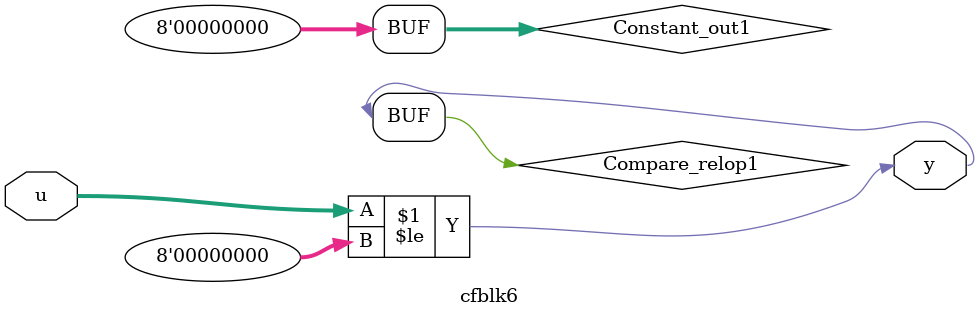
<source format=v>



`timescale 1 ns / 1 ns

module cfblk6
          (u,
           y);


  input   [7:0] u;  // uint8
  output  y;


  wire [7:0] Constant_out1;  // uint8
  wire Compare_relop1;


  assign Constant_out1 = 8'b00000000;



  assign Compare_relop1 = u <= Constant_out1;



  assign y = Compare_relop1;

endmodule  // cfblk6


</source>
